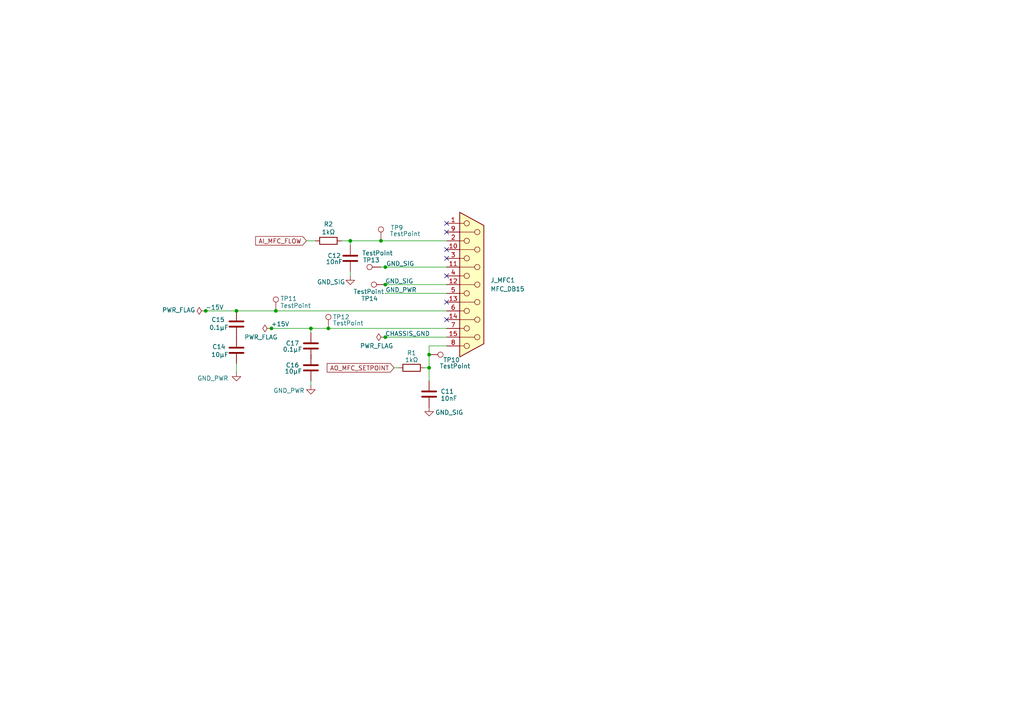
<source format=kicad_sch>
(kicad_sch (version 20250114) (generator "eeschema") (generator_version "9.0")
  (paper "A4")
  (lib_symbols
    (symbol "+15V_1" (power) (pin_numbers (hide yes)) (pin_names (offset 0) (hide yes))
      (property "Value" "+15V" (at 3.81 1.016 0))
      (symbol "+15V_1_1_1"
        (pin power_in line (at 0 0 90) (length 0) (name "~") (number "1"))
      )
    )
    (symbol "-15V_1" (power) (pin_numbers (hide yes)) (pin_names (offset 0) (hide yes))
      (property "Value" "-15V" (at 0 5.08 0))
      (symbol "-15V_1_0_0"
        (pin power_in line (at 0 0 90) (length 0) (name "~") (number "1"))
      )
    )
    (symbol "Connector:DA15_Socket" (pin_names (offset 1.016) (hide yes))
      (property "Reference" "J" (at 0.508 21.59 0))
      (property "Value" "DA15_Socket" (at 0 -22.225 0))
      (symbol "DA15_Socket_0_1"
        (polyline (pts (xy -3.81 20.955) (xy 3.175 17.145) (xy 3.175 -17.145) (xy -3.81 -20.955) (xy -3.81 20.955)) (stroke (width 0.254)) (fill (type background)))
        (polyline (pts (xy -3.81 17.78) (xy -2.54 17.78)))
        (polyline (pts (xy -3.81 15.24) (xy 0.508 15.24)))
        (polyline (pts (xy -3.81 12.7) (xy -2.54 12.7)))
        (polyline (pts (xy -3.81 10.16) (xy 0.508 10.16)))
        (polyline (pts (xy -3.81 7.62) (xy -2.54 7.62)))
        (polyline (pts (xy -3.81 5.08) (xy 0.508 5.08)))
        (polyline (pts (xy -3.81 2.54) (xy -2.54 2.54)))
        (polyline (pts (xy -3.81 0) (xy 0.508 0)))
        (polyline (pts (xy -3.81 -2.54) (xy -2.54 -2.54)))
        (polyline (pts (xy -3.81 -5.08) (xy 0.508 -5.08)))
        (polyline (pts (xy -3.81 -7.62) (xy -2.54 -7.62)))
        (polyline (pts (xy -3.81 -10.16) (xy 0.508 -10.16)))
        (polyline (pts (xy -3.81 -12.7) (xy -2.54 -12.7)))
        (polyline (pts (xy -3.81 -15.24) (xy 0.508 -15.24)))
        (polyline (pts (xy -3.81 -17.78) (xy -2.54 -17.78)))
        (circle (center -1.778 17.78) (radius 0.762))
        (circle (center -1.778 12.7) (radius 0.762))
        (circle (center -1.778 7.62) (radius 0.762))
        (circle (center -1.778 2.54) (radius 0.762))
        (circle (center -1.778 -2.54) (radius 0.762))
        (circle (center -1.778 -7.62) (radius 0.762))
        (circle (center -1.778 -12.7) (radius 0.762))
        (circle (center -1.778 -17.78) (radius 0.762))
        (circle (center 1.27 15.24) (radius 0.762))
        (circle (center 1.27 10.16) (radius 0.762))
        (circle (center 1.27 5.08) (radius 0.762))
        (circle (center 1.27 0) (radius 0.762))
        (circle (center 1.27 -5.08) (radius 0.762))
        (circle (center 1.27 -10.16) (radius 0.762))
        (circle (center 1.27 -15.24) (radius 0.762))
      )
      (symbol "DA15_Socket_1_1"
        (pin passive line (at -7.62 17.78 0) (length 3.81) (name "1") (number "1"))
        (pin passive line (at -7.62 15.24 0) (length 3.81) (name "P9") (number "9"))
        (pin passive line (at -7.62 12.7 0) (length 3.81) (name "2") (number "2"))
        (pin passive line (at -7.62 10.16 0) (length 3.81) (name "P10") (number "10"))
        (pin passive line (at -7.62 7.62 0) (length 3.81) (name "3") (number "3"))
        (pin passive line (at -7.62 5.08 0) (length 3.81) (name "P111") (number "11"))
        (pin passive line (at -7.62 2.54 0) (length 3.81) (name "4") (number "4"))
        (pin passive line (at -7.62 0 0) (length 3.81) (name "P12") (number "12"))
        (pin passive line (at -7.62 -2.54 0) (length 3.81) (name "5") (number "5"))
        (pin passive line (at -7.62 -5.08 0) (length 3.81) (name "P13") (number "13"))
        (pin passive line (at -7.62 -7.62 0) (length 3.81) (name "6") (number "6"))
        (pin passive line (at -7.62 -10.16 0) (length 3.81) (name "P14") (number "14"))
        (pin passive line (at -7.62 -12.7 0) (length 3.81) (name "7") (number "7"))
        (pin passive line (at -7.62 -15.24 0) (length 3.81) (name "P15") (number "15"))
        (pin passive line (at -7.62 -17.78 0) (length 3.81) (name "8") (number "8"))
      )
    )
    (symbol "Connector:TestPoint" (pin_numbers (hide yes)) (pin_names (offset 0.762) (hide yes))
      (property "Reference" "TP" (at 0 6.858 0))
      (property "Value" "TestPoint" (at 0 5.08 0))
      (symbol "TestPoint_0_1"
        (circle (center 0 3.302) (radius 0.762))
      )
      (symbol "TestPoint_1_1"
        (pin passive line (at 0 0 90) (length 2.54) (name "1") (number "1"))
      )
    )
    (symbol "Device:C" (pin_numbers (hide yes)) (pin_names (offset 0.254))
      (property "Reference" "C" (at 0.635 2.54 0))
      (property "Value" "C" (at 0.635 -2.54 0))
      (symbol "C_0_1"
        (polyline (pts (xy -2.032 0.762) (xy 2.032 0.762)) (stroke (width 0.508)))
        (polyline (pts (xy -2.032 -0.762) (xy 2.032 -0.762)) (stroke (width 0.508)))
      )
      (symbol "C_1_1"
        (pin passive line (at 0 3.81 270) (length 2.794) (name "~") (number "1"))
        (pin passive line (at 0 -3.81 90) (length 2.794) (name "~") (number "2"))
      )
    )
    (symbol "Device:R" (pin_numbers (hide yes)) (pin_names (offset 0))
      (property "Reference" "R" (at 2.032 0 90))
      (property "Value" "R" (at 0 0 90))
      (symbol "R_0_1"
        (rectangle (start -1.016 -2.54) (end 1.016 2.54) (stroke (width 0.254)))
      )
      (symbol "R_1_1"
        (pin passive line (at 0 3.81 270) (length 1.27) (name "~") (number "1"))
        (pin passive line (at 0 -3.81 90) (length 1.27) (name "~") (number "2"))
      )
    )
    (symbol "GND_1" (power) (pin_numbers (hide yes)) (pin_names (offset 0) (hide yes))
      (property "Value" "GND_PWR" (at 7.366 1.016 0))
      (symbol "GND_1_1_1"
        (pin power_in line (at 0 0 270) (length 0) (name "~") (number "1"))
      )
    )
    (symbol "GND_2" (power) (pin_numbers (hide yes)) (pin_names (offset 0) (hide yes))
      (property "Value" "GND_SIG" (at 2.794 1.016 0))
      (symbol "GND_2_1_1"
        (pin power_in line (at 0 0 270) (length 0) (name "~") (number "1"))
      )
    )
    (symbol "GND_3" (power) (pin_numbers (hide yes)) (pin_names (offset 0) (hide yes))
      (property "Value" "GND" (at 0 -3.81 0))
      (symbol "GND_3_0_1"
        (polyline (pts (xy 0 0) (xy 0 -1.27) (xy 1.27 -1.27) (xy 0 -2.54) (xy -1.27 -1.27) (xy 0 -1.27)))
      )
      (symbol "GND_3_1_1"
        (pin power_in line (at 0 0 270) (length 0) (name "~") (number "1"))
      )
    )
    (symbol "GND_4" (power) (pin_numbers (hide yes)) (pin_names (offset 0) (hide yes))
      (property "Value" "GND" (at 0 -3.81 0))
      (symbol "GND_4_0_1"
        (polyline (pts (xy 0 0) (xy 0 -1.27) (xy 1.27 -1.27) (xy 0 -2.54) (xy -1.27 -1.27) (xy 0 -1.27)))
      )
      (symbol "GND_4_1_1"
        (pin power_in line (at 0 0 270) (length 0) (name "~") (number "1"))
      )
    )
    (symbol "GND_5" (power) (pin_numbers (hide yes)) (pin_names (offset 0) (hide yes))
      (property "Value" "GND" (at 0 -3.81 0))
      (symbol "GND_5_0_1"
        (polyline (pts (xy 0 0) (xy 0 -1.27) (xy 1.27 -1.27) (xy 0 -2.54) (xy -1.27 -1.27) (xy 0 -1.27)))
      )
      (symbol "GND_5_1_1"
        (pin power_in line (at 0 0 270) (length 0) (name "~") (number "1"))
      )
    )
    (symbol "GND_6" (power) (pin_numbers (hide yes)) (pin_names (offset 0) (hide yes))
      (property "Value" "GND" (at 0 -3.81 0))
      (symbol "GND_6_0_1"
        (polyline (pts (xy 0 0) (xy 0 -1.27) (xy 1.27 -1.27) (xy 0 -2.54) (xy -1.27 -1.27) (xy 0 -1.27)))
      )
      (symbol "GND_6_1_1"
        (pin power_in line (at 0 0 270) (length 0) (name "~") (number "1"))
      )
    )
    (symbol "power:Earth" (power) (pin_numbers (hide yes)) (pin_names (offset 0) (hide yes))
      (property "Value" "GND_Chassis" (at -1.016 11.684 90))
      (symbol "Earth_1_1"
        (pin power_in line (at 0 0 270) (length 0) (name "~") (number "1"))
      )
    )
    (symbol "power:GND" (power) (pin_numbers (hide yes)) (pin_names (offset 0) (hide yes))
      (property "Value" "GND_SIG" (at 4.318 1.016 0))
      (symbol "GND_1_1"
        (pin power_in line (at 0 0 270) (length 0) (name "~") (number "1"))
      )
    )
    (symbol "power:PWR_FLAG" (power) (pin_numbers (hide yes)) (pin_names (offset 0) (hide yes))
      (property "Value" "PWR_FLAG" (at 0 3.81 0))
      (symbol "PWR_FLAG_0_0"
        (pin power_out line (at 0 0 90) (length 0) (name "~") (number "1"))
      )
      (symbol "PWR_FLAG_0_1"
        (polyline (pts (xy 0 0) (xy 0 1.27) (xy -1.016 1.905) (xy 0 2.54) (xy 1.016 1.905) (xy 0 1.27)))
      )
    )
  )
  (junction (at 124.46 106.68))
  (junction (at 90.17 95.25))
  (junction (at 80.01 90.17))
  (junction (at 101.6 69.85))
  (junction (at 59.69 90.17))
  (junction (at 111.76 77.47))
  (junction (at 111.76 97.79))
  (junction (at 110.49 69.85))
  (junction (at 124.46 102.87))
  (junction (at 68.58 90.17))
  (junction (at 95.25 95.25))
  (junction (at 111.76 82.55))
  (junction (at 78.74 95.25))
  (no_connect (at 129.54 87.63))
  (no_connect (at 129.54 72.39))
  (no_connect (at 129.54 67.31))
  (no_connect (at 129.54 80.01))
  (no_connect (at 129.54 64.77))
  (no_connect (at 129.54 92.71))
  (no_connect (at 129.54 74.93))
  (wire (pts (xy 78.74 95.25) (xy 90.17 95.25)))
  (wire (pts (xy 90.17 102.87) (xy 90.17 104.14)))
  (wire (pts (xy 110.49 69.85) (xy 129.54 69.85)))
  (wire (pts (xy 110.49 77.47) (xy 111.76 77.47)))
  (wire (pts (xy 123.19 106.68) (xy 124.46 106.68)))
  (wire (pts (xy 129.54 100.33) (xy 124.46 100.33)))
  (wire (pts (xy 90.17 111.76) (xy 90.17 110.49)))
  (wire (pts (xy 111.76 97.79) (xy 129.54 97.79)))
  (wire (pts (xy 95.25 95.25) (xy 129.54 95.25)))
  (wire (pts (xy 111.76 77.47) (xy 129.54 77.47)))
  (wire (pts (xy 111.76 85.09) (xy 129.54 85.09)))
  (wire (pts (xy 68.58 90.17) (xy 80.01 90.17)))
  (wire (pts (xy 90.17 96.52) (xy 90.17 95.25)))
  (wire (pts (xy 101.6 78.74) (xy 101.6 80.01)))
  (wire (pts (xy 101.6 71.12) (xy 101.6 69.85)))
  (wire (pts (xy 124.46 102.87) (xy 124.46 106.68)))
  (wire (pts (xy 111.76 82.55) (xy 129.54 82.55)))
  (wire (pts (xy 80.01 90.17) (xy 129.54 90.17)))
  (wire (pts (xy 124.46 100.33) (xy 124.46 102.87)))
  (wire (pts (xy 114.3 106.68) (xy 115.57 106.68)))
  (wire (pts (xy 68.58 107.95) (xy 68.58 105.41)))
  (wire (pts (xy 59.69 90.17) (xy 68.58 90.17)))
  (wire (pts (xy 101.6 69.85) (xy 110.49 69.85)))
  (wire (pts (xy 99.06 69.85) (xy 101.6 69.85)))
  (wire (pts (xy 90.17 95.25) (xy 95.25 95.25)))
  (wire (pts (xy 124.46 106.68) (xy 124.46 110.49)))
  (wire (pts (xy 88.9 69.85) (xy 91.44 69.85)))
  (global_label "AO_MFC_SETPOINT" (shape input) (at 114.3 106.68 180) (property "Intersheetrefs" "${INTERSHEET_REFS}" (effects (hide yes))))
  (global_label "AI_MFC_FLOW" (shape input) (at 88.9 69.85 180) (property "Intersheetrefs" "${INTERSHEET_REFS}" (effects (hide yes))))
  (symbol (lib_id "Device:R") (at 95.25 69.85 90) (unit 1)
    (property "Reference" "R2" (at 95.25 65.024 90))
    (property "Value" "1kΩ" (at 95.25 67.31 90))
    (property "Description" "Resistor" (effects (hide yes)))
  )
  (symbol (lib_name "GND_5") (lib_id "power:GND") (at 68.58 107.95 0) (unit 1)
    (property "Reference" "#PWR033" (effects (hide yes)))
    (property "Value" "GND_PWR" (at 61.722 109.728 0))
    (property "Description" "Power symbol creates a global label with name \"GND\" , ground" (effects (hide yes)))
  )
  (symbol (lib_name "GND_1") (lib_id "power:GND") (at 111.76 85.09 0) (unit 1)
    (property "Reference" "#PWR0101" (effects (hide yes)))
    (property "Value" "GND_PWR" (at 116.332 84.074 0))
    (property "Description" "Power symbol creates a global label with name \"GND\" , ground" (effects (hide yes)))
  )
  (symbol (lib_id "Connector:TestPoint") (at 95.25 95.25 0) (unit 1)
    (property "Reference" "TP12" (at 96.52 91.948 0) (effects (justify left)))
    (property "Value" "TestPoint" (at 96.52 93.726 0) (effects (justify left)))
    (property "Description" "test point" (effects (hide yes)))
  )
  (symbol (lib_id "power:PWR_FLAG") (at 59.69 90.17 90) (unit 1)
    (property "Reference" "#FLG05" (effects (hide yes)))
    (property "Value" "PWR_FLAG" (at 56.642 89.916 90) (effects (justify left)))
    (property "Description" "Special symbol for telling ERC where power comes from" (effects (hide yes)))
  )
  (symbol (lib_id "Device:C") (at 124.46 114.3 0) (unit 1)
    (property "Reference" "C11" (at 127.762 113.538 0) (effects (justify left)))
    (property "Value" "10nF" (at 127.762 115.57 0) (effects (justify left)))
    (property "Description" "Unpolarized capacitor" (effects (hide yes)))
  )
  (symbol (lib_id "Device:C") (at 101.6 74.93 0) (unit 1)
    (property "Reference" "C12" (at 94.996 74.168 0) (effects (justify left)))
    (property "Value" "10nF" (at 94.488 75.946 0) (effects (justify left)))
    (property "Description" "Unpolarized capacitor" (effects (hide yes)))
  )
  (symbol (lib_id "Connector:TestPoint") (at 111.76 82.55 90) (unit 1)
    (property "Reference" "TP14" (at 107.188 86.614 90))
    (property "Value" "TestPoint" (at 106.934 84.582 90))
    (property "Description" "test point" (effects (hide yes)))
  )
  (symbol (lib_name "+15V_1") (lib_id "power:+15V") (at 78.74 95.25 0) (unit 1)
    (property "Reference" "#PWR0103" (effects (hide yes)))
    (property "Value" "+15V" (at 81.28 93.98 0))
    (property "Description" "Power symbol creates a global label with name \"+15V\"" (effects (hide yes)))
  )
  (symbol (lib_id "Device:C") (at 90.17 100.33 180) (unit 1)
    (property "Reference" "C17" (at 84.836 99.568 0))
    (property "Value" "0.1µF" (at 84.836 101.346 0))
    (property "Description" "Unpolarized capacitor" (effects (hide yes)))
  )
  (symbol (lib_name "GND_2") (lib_id "power:GND") (at 111.76 82.55 0) (unit 1)
    (property "Reference" "#PWR029" (effects (hide yes)))
    (property "Value" "GND_SIG" (at 115.824 81.534 0))
    (property "Description" "Power symbol creates a global label with name \"GND\" , ground" (effects (hide yes)))
  )
  (symbol (lib_id "Connector:TestPoint") (at 80.01 90.17 0) (unit 1)
    (property "Reference" "TP11" (at 81.28 86.614 0) (effects (justify left)))
    (property "Value" "TestPoint" (at 81.28 88.646 0) (effects (justify left)))
    (property "Description" "test point" (effects (hide yes)))
  )
  (symbol (lib_id "Connector:DA15_Socket") (at 137.16 82.55 0) (unit 1)
    (property "Reference" "J_MFC1" (at 142.24 81.2799 0) (effects (justify left)))
    (property "Value" "MFC_DB15" (at 142.24 83.8199 0) (effects (justify left)))
    (property "Description" "15-pin D-SUB connector, socket (female) (low-density/2 columns)" (effects (hide yes)))
  )
  (symbol (lib_name "GND_6") (lib_id "power:GND") (at 90.17 111.76 0) (unit 1)
    (property "Reference" "#PWR034" (effects (hide yes)))
    (property "Value" "GND_PWR" (at 83.82 113.284 0))
    (property "Description" "Power symbol creates a global label with name \"GND\" , ground" (effects (hide yes)))
  )
  (symbol (lib_id "Device:C") (at 90.17 106.68 180) (unit 1)
    (property "Reference" "C16" (at 84.836 105.918 0))
    (property "Value" "10µF" (at 85.09 107.696 0))
    (property "Description" "Unpolarized capacitor" (effects (hide yes)))
  )
  (symbol (lib_id "Device:R") (at 119.38 106.68 90) (unit 1)
    (property "Reference" "R1" (at 119.38 102.362 90))
    (property "Value" "1kΩ" (at 119.38 104.394 90))
    (property "Description" "Resistor" (effects (hide yes)))
  )
  (symbol (lib_id "Device:C") (at 68.58 101.6 180) (unit 1)
    (property "Reference" "C14" (at 63.5 100.584 0))
    (property "Value" "10µF" (at 63.754 102.87 0))
    (property "Description" "Unpolarized capacitor" (effects (hide yes)))
  )
  (symbol (lib_id "Connector:TestPoint") (at 110.49 77.47 90) (unit 1)
    (property "Reference" "TP13" (at 107.696 75.438 90))
    (property "Value" "TestPoint" (at 109.474 73.406 90))
    (property "Description" "test point" (effects (hide yes)))
  )
  (symbol (lib_id "Device:C") (at 68.58 93.98 180) (unit 1)
    (property "Reference" "C15" (at 63.246 92.71 0))
    (property "Value" "0.1µF" (at 63.5 94.996 0))
    (property "Description" "Unpolarized capacitor" (effects (hide yes)))
  )
  (symbol (lib_id "power:PWR_FLAG") (at 111.76 97.79 90) (unit 1)
    (property "Reference" "#FLG08" (effects (hide yes)))
    (property "Value" "PWR_FLAG" (at 114.046 100.33 90) (effects (justify left)))
    (property "Description" "Special symbol for telling ERC where power comes from" (effects (hide yes)))
  )
  (symbol (lib_id "power:PWR_FLAG") (at 78.74 95.25 90) (unit 1)
    (property "Reference" "#FLG06" (effects (hide yes)))
    (property "Value" "PWR_FLAG" (at 80.518 97.79 90) (effects (justify left)))
    (property "Description" "Special symbol for telling ERC where power comes from" (effects (hide yes)))
  )
  (symbol (lib_id "power:GND") (at 111.76 77.47 0) (unit 1)
    (property "Reference" "#PWR028" (effects (hide yes)))
    (property "Value" "GND_SIG" (at 116.078 76.454 0))
    (property "Description" "Power symbol creates a global label with name \"GND\" , ground" (effects (hide yes)))
  )
  (symbol (lib_name "-15V_1") (lib_id "power:-15V") (at 59.69 90.17 0) (unit 1)
    (property "Reference" "#PWR0102" (effects (hide yes)))
    (property "Value" "-15V" (at 62.23 89.154 0))
    (property "Description" "Power symbol creates a global label with name \"-15V\"" (effects (hide yes)))
  )
  (symbol (lib_name "GND_3") (lib_id "power:GND") (at 124.46 118.11 0) (unit 1)
    (property "Reference" "#PWR031" (effects (hide yes)))
    (property "Value" "GND_SIG" (at 130.302 119.634 0))
    (property "Description" "Power symbol creates a global label with name \"GND\" , ground" (effects (hide yes)))
  )
  (symbol (lib_id "Connector:TestPoint") (at 110.49 69.85 0) (unit 1)
    (property "Reference" "TP9" (at 113.284 66.04 0) (effects (justify left)))
    (property "Value" "TestPoint" (at 113.03 67.8179 0) (effects (justify left)))
    (property "Description" "test point" (effects (hide yes)))
  )
  (symbol (lib_name "GND_4") (lib_id "power:GND") (at 101.6 80.01 0) (unit 1)
    (property "Reference" "#PWR032" (effects (hide yes)))
    (property "Value" "GND_SIG" (at 96.012 81.788 0))
    (property "Description" "Power symbol creates a global label with name \"GND\" , ground" (effects (hide yes)))
  )
  (symbol (lib_id "Connector:TestPoint") (at 124.46 102.87 270) (unit 1)
    (property "Reference" "TP10" (at 128.524 104.394 90) (effects (justify left)))
    (property "Value" "TestPoint" (at 127.508 106.172 90) (effects (justify left)))
    (property "Description" "test point" (effects (hide yes)))
  )
  (symbol (lib_id "power:Earth") (at 111.76 97.79 270) (unit 1)
    (property "Reference" "#PWR030" (effects (hide yes)))
    (property "Value" "CHASSIS_GND" (at 124.714 96.774 90) (effects (justify right)))
    (property "Description" "Power symbol creates a global label with name \"Earth\"" (effects (hide yes)))
  )
)
</source>
